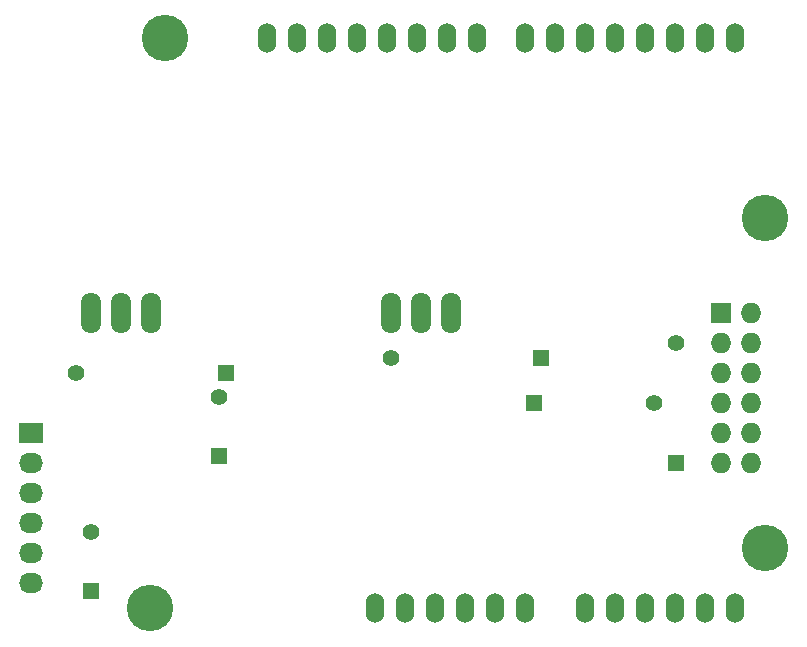
<source format=gbr>
G04 #@! TF.FileFunction,Copper,L2,Bot,Signal*
%FSLAX46Y46*%
G04 Gerber Fmt 4.6, Leading zero omitted, Abs format (unit mm)*
G04 Created by KiCad (PCBNEW 4.0.2+e4-6225~38~ubuntu15.10.1-stable) date Sat 11 Jun 2016 15:46:18 BST*
%MOMM*%
G01*
G04 APERTURE LIST*
%ADD10C,0.100000*%
%ADD11O,1.524000X2.540000*%
%ADD12C,3.937000*%
%ADD13R,1.727200X1.727200*%
%ADD14O,1.727200X1.727200*%
%ADD15R,2.032000X1.727200*%
%ADD16O,2.032000X1.727200*%
%ADD17R,1.400000X1.400000*%
%ADD18C,1.400000*%
%ADD19R,1.397000X1.397000*%
%ADD20C,1.397000*%
%ADD21O,1.699260X3.500120*%
G04 APERTURE END LIST*
D10*
D11*
X212001000Y-102464000D03*
X209461000Y-102464000D03*
X206921000Y-102464000D03*
X199301000Y-102464000D03*
X201841000Y-102464000D03*
X204381000Y-102464000D03*
X194221000Y-102464000D03*
X191681000Y-102464000D03*
X189141000Y-102464000D03*
X184061000Y-102464000D03*
X181521000Y-102464000D03*
X212001000Y-54204000D03*
X209461000Y-54204000D03*
X206921000Y-54204000D03*
X204381000Y-54204000D03*
X201841000Y-54204000D03*
X199301000Y-54204000D03*
X196761000Y-54204000D03*
X194221000Y-54204000D03*
X190157000Y-54204000D03*
X187617000Y-54204000D03*
X185077000Y-54204000D03*
X182537000Y-54204000D03*
X179997000Y-54204000D03*
X177457000Y-54204000D03*
X174917000Y-54204000D03*
X172377000Y-54204000D03*
X186601000Y-102464000D03*
D12*
X214541000Y-97384000D03*
X214541000Y-69444000D03*
X163741000Y-54204000D03*
X162471000Y-102464000D03*
D13*
X210820000Y-77470000D03*
D14*
X213360000Y-77470000D03*
X210820000Y-80010000D03*
X213360000Y-80010000D03*
X210820000Y-82550000D03*
X213360000Y-82550000D03*
X210820000Y-85090000D03*
X213360000Y-85090000D03*
X210820000Y-87630000D03*
X213360000Y-87630000D03*
X210820000Y-90170000D03*
X213360000Y-90170000D03*
D15*
X152400000Y-87630000D03*
D16*
X152400000Y-90170000D03*
X152400000Y-92710000D03*
X152400000Y-95250000D03*
X152400000Y-97790000D03*
X152400000Y-100330000D03*
D17*
X168275000Y-89535000D03*
D18*
X168275000Y-84535000D03*
D17*
X157480000Y-100965000D03*
D18*
X157480000Y-95965000D03*
D19*
X195580000Y-81280000D03*
D20*
X182880000Y-81280000D03*
D19*
X168910000Y-82550000D03*
D20*
X156210000Y-82550000D03*
D19*
X194945000Y-85090000D03*
D20*
X205105000Y-85090000D03*
D19*
X207010000Y-90170000D03*
D20*
X207010000Y-80010000D03*
D21*
X185420000Y-77470000D03*
X182880000Y-77470000D03*
X187960000Y-77470000D03*
X160020000Y-77470000D03*
X157480000Y-77470000D03*
X162560000Y-77470000D03*
M02*

</source>
